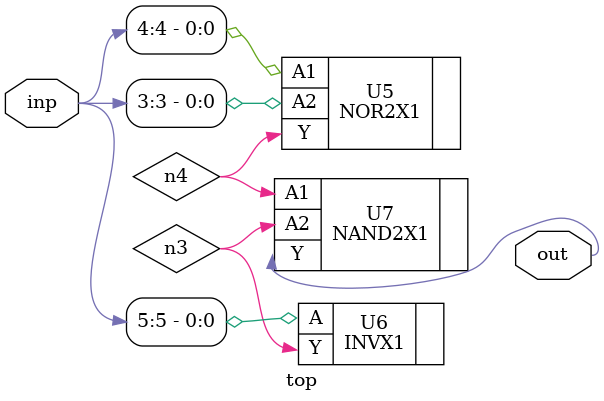
<source format=sv>


module top ( inp, out );
  input [5:0] inp;
  output out;
  wire   n3, n4;

  NOR2X1 U5 ( .A1(inp[4]), .A2(inp[3]), .Y(n4) );
  INVX1 U6 ( .A(inp[5]), .Y(n3) );
  NAND2X1 U7 ( .A1(n4), .A2(n3), .Y(out) );
endmodule


</source>
